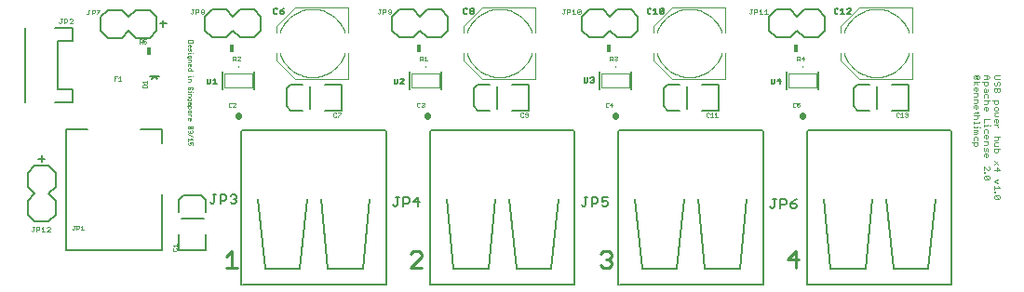
<source format=gto>
G75*
G70*
%OFA0B0*%
%FSLAX24Y24*%
%IPPOS*%
%LPD*%
%AMOC8*
5,1,8,0,0,1.08239X$1,22.5*
%
%ADD10C,0.0110*%
%ADD11C,0.0040*%
%ADD12C,0.0020*%
%ADD13C,0.0060*%
%ADD14C,0.0050*%
%ADD15C,0.0080*%
%ADD16C,0.0010*%
%ADD17C,0.0004*%
%ADD18C,0.0030*%
%ADD19C,0.0220*%
%ADD20R,0.0160X0.0280*%
D10*
X008155Y001325D02*
X008549Y001325D01*
X008352Y001325D02*
X008352Y001916D01*
X008155Y001719D01*
X014755Y001817D02*
X014853Y001916D01*
X015050Y001916D01*
X015149Y001817D01*
X015149Y001719D01*
X014755Y001325D01*
X015149Y001325D01*
X021555Y001423D02*
X021653Y001325D01*
X021850Y001325D01*
X021949Y001423D01*
X021949Y001522D01*
X021850Y001620D01*
X021752Y001620D01*
X021850Y001620D02*
X021949Y001719D01*
X021949Y001817D01*
X021850Y001916D01*
X021653Y001916D01*
X021555Y001817D01*
X028255Y001620D02*
X028649Y001620D01*
X028550Y001916D02*
X028255Y001620D01*
X028550Y001325D02*
X028550Y001916D01*
D11*
X035650Y003827D02*
X035683Y003794D01*
X035817Y003794D01*
X035683Y003928D01*
X035650Y003894D01*
X035650Y003827D01*
X035683Y003928D02*
X035817Y003928D01*
X035850Y003894D01*
X035850Y003827D01*
X035817Y003794D01*
X035683Y004005D02*
X035650Y004005D01*
X035650Y004038D01*
X035683Y004038D01*
X035683Y004005D01*
X035650Y004126D02*
X035650Y004259D01*
X035650Y004192D02*
X035850Y004192D01*
X035783Y004259D01*
X035783Y004347D02*
X035650Y004413D01*
X035783Y004480D01*
X035490Y004527D02*
X035490Y004594D01*
X035457Y004627D01*
X035323Y004627D01*
X035457Y004494D01*
X035323Y004494D01*
X035290Y004527D01*
X035290Y004594D01*
X035323Y004627D01*
X035323Y004704D02*
X035290Y004704D01*
X035290Y004738D01*
X035323Y004738D01*
X035323Y004704D01*
X035290Y004825D02*
X035290Y004959D01*
X035423Y004825D01*
X035457Y004825D01*
X035490Y004859D01*
X035490Y004925D01*
X035457Y004959D01*
X035650Y005010D02*
X035783Y005143D01*
X035650Y005143D02*
X035783Y005010D01*
X035750Y004922D02*
X035750Y004789D01*
X035650Y004822D02*
X035850Y004822D01*
X035750Y004922D01*
X035490Y004527D02*
X035457Y004494D01*
X035390Y005267D02*
X035357Y005267D01*
X035357Y005401D01*
X035390Y005401D02*
X035423Y005367D01*
X035423Y005301D01*
X035390Y005267D01*
X035290Y005301D02*
X035290Y005367D01*
X035323Y005401D01*
X035390Y005401D01*
X035423Y005488D02*
X035423Y005588D01*
X035390Y005622D01*
X035357Y005588D01*
X035357Y005522D01*
X035323Y005488D01*
X035290Y005522D01*
X035290Y005622D01*
X035290Y005709D02*
X035390Y005709D01*
X035423Y005743D01*
X035423Y005843D01*
X035290Y005843D01*
X035357Y005930D02*
X035357Y006064D01*
X035390Y006064D02*
X035423Y006030D01*
X035423Y005964D01*
X035390Y005930D01*
X035357Y005930D01*
X035290Y005964D02*
X035290Y006030D01*
X035323Y006064D01*
X035390Y006064D01*
X035423Y006151D02*
X035423Y006251D01*
X035390Y006285D01*
X035323Y006285D01*
X035290Y006251D01*
X035290Y006151D01*
X035290Y006365D02*
X035290Y006432D01*
X035290Y006399D02*
X035423Y006399D01*
X035423Y006432D01*
X035490Y006399D02*
X035524Y006399D01*
X035650Y006432D02*
X035783Y006432D01*
X035717Y006432D02*
X035783Y006365D01*
X035783Y006332D01*
X035750Y006520D02*
X035717Y006520D01*
X035717Y006653D01*
X035750Y006653D02*
X035683Y006653D01*
X035650Y006620D01*
X035650Y006553D01*
X035750Y006520D02*
X035783Y006553D01*
X035783Y006620D01*
X035750Y006653D01*
X035783Y006741D02*
X035683Y006741D01*
X035650Y006774D01*
X035683Y006807D01*
X035650Y006841D01*
X035683Y006874D01*
X035783Y006874D01*
X035750Y006962D02*
X035683Y006962D01*
X035650Y006995D01*
X035650Y007062D01*
X035683Y007095D01*
X035750Y007095D01*
X035783Y007062D01*
X035783Y006995D01*
X035750Y006962D01*
X035750Y007183D02*
X035683Y007183D01*
X035650Y007216D01*
X035650Y007316D01*
X035583Y007316D02*
X035783Y007316D01*
X035783Y007216D01*
X035750Y007183D01*
X035490Y007316D02*
X035290Y007316D01*
X035290Y007404D02*
X035290Y007504D01*
X035323Y007537D01*
X035390Y007537D01*
X035423Y007504D01*
X035423Y007404D01*
X035390Y007316D02*
X035423Y007283D01*
X035423Y007216D01*
X035390Y007183D01*
X035290Y007183D01*
X035323Y007095D02*
X035390Y007095D01*
X035423Y007062D01*
X035423Y006995D01*
X035390Y006962D01*
X035357Y006962D01*
X035357Y007095D01*
X035323Y007095D02*
X035290Y007062D01*
X035290Y006995D01*
X035097Y006878D02*
X034963Y006878D01*
X034930Y006844D01*
X034930Y006764D02*
X035130Y006764D01*
X035063Y006730D02*
X035063Y006663D01*
X035030Y006630D01*
X034930Y006630D01*
X034930Y006543D02*
X034930Y006476D01*
X034930Y006509D02*
X035130Y006509D01*
X035130Y006543D01*
X035290Y006520D02*
X035290Y006653D01*
X035490Y006653D01*
X035063Y006730D02*
X035030Y006764D01*
X035063Y006844D02*
X035063Y006911D01*
X035030Y006998D02*
X034997Y006998D01*
X034997Y007132D01*
X035030Y007132D02*
X035063Y007099D01*
X035063Y007032D01*
X035030Y006998D01*
X034930Y007032D02*
X034930Y007099D01*
X034963Y007132D01*
X035030Y007132D01*
X035030Y007219D02*
X034930Y007219D01*
X035030Y007219D02*
X035063Y007253D01*
X035063Y007353D01*
X034930Y007353D01*
X034930Y007440D02*
X035030Y007440D01*
X035063Y007474D01*
X035063Y007574D01*
X034930Y007574D01*
X034997Y007661D02*
X034997Y007795D01*
X035030Y007795D02*
X035063Y007761D01*
X035063Y007695D01*
X035030Y007661D01*
X034997Y007661D01*
X034930Y007695D02*
X034930Y007761D01*
X034963Y007795D01*
X035030Y007795D01*
X035063Y007879D02*
X034997Y007979D01*
X034930Y007879D01*
X034930Y007979D02*
X035130Y007979D01*
X035223Y007979D02*
X035423Y007979D01*
X035423Y007879D01*
X035390Y007846D01*
X035323Y007846D01*
X035290Y007879D01*
X035290Y007979D01*
X035290Y008067D02*
X035423Y008067D01*
X035490Y008133D01*
X035423Y008200D01*
X035290Y008200D01*
X035390Y008200D02*
X035390Y008067D01*
X035130Y008100D02*
X035097Y008067D01*
X035030Y008067D01*
X034997Y008100D01*
X035063Y008100D01*
X035063Y008167D01*
X034997Y008167D01*
X034997Y008100D01*
X034963Y008067D02*
X034930Y008100D01*
X034930Y008167D01*
X034963Y008200D01*
X035097Y008200D01*
X035130Y008167D01*
X035130Y008100D01*
X035650Y008100D02*
X035683Y008067D01*
X035850Y008067D01*
X035817Y007979D02*
X035783Y007979D01*
X035750Y007946D01*
X035750Y007879D01*
X035717Y007846D01*
X035683Y007846D01*
X035650Y007879D01*
X035650Y007946D01*
X035683Y007979D01*
X035650Y008100D02*
X035650Y008167D01*
X035683Y008200D01*
X035850Y008200D01*
X035817Y007979D02*
X035850Y007946D01*
X035850Y007879D01*
X035817Y007846D01*
X035850Y007758D02*
X035650Y007758D01*
X035650Y007658D01*
X035683Y007625D01*
X035717Y007625D01*
X035750Y007658D01*
X035750Y007758D01*
X035750Y007658D02*
X035783Y007625D01*
X035817Y007625D01*
X035850Y007658D01*
X035850Y007758D01*
X035423Y007725D02*
X035423Y007658D01*
X035390Y007625D01*
X035290Y007625D01*
X035290Y007725D01*
X035323Y007758D01*
X035357Y007725D01*
X035357Y007625D01*
X032730Y008090D02*
X030840Y008090D01*
X030170Y008760D01*
X030170Y008996D01*
X030289Y009744D02*
X030311Y009808D01*
X030338Y009871D01*
X030368Y009933D01*
X030401Y009992D01*
X030437Y010050D01*
X030477Y010106D01*
X030520Y010159D01*
X030565Y010210D01*
X030613Y010258D01*
X030664Y010303D01*
X030718Y010346D01*
X030774Y010385D01*
X030831Y010422D01*
X030891Y010455D01*
X030953Y010484D01*
X031016Y010510D01*
X031080Y010533D01*
X031146Y010552D01*
X031213Y010567D01*
X031280Y010578D01*
X031348Y010586D01*
X031416Y010590D01*
X031484Y010590D01*
X031552Y010586D01*
X031620Y010578D01*
X031687Y010567D01*
X031754Y010552D01*
X031820Y010533D01*
X031884Y010510D01*
X031947Y010484D01*
X032009Y010455D01*
X032069Y010422D01*
X032126Y010385D01*
X032182Y010346D01*
X032236Y010303D01*
X032287Y010258D01*
X032335Y010210D01*
X032380Y010159D01*
X032423Y010106D01*
X032463Y010050D01*
X032499Y009992D01*
X032532Y009933D01*
X032562Y009871D01*
X032589Y009808D01*
X032611Y009744D01*
X032730Y009744D02*
X032730Y010650D01*
X030840Y010650D01*
X030170Y009980D01*
X030170Y009744D01*
X030289Y008996D02*
X030311Y008932D01*
X030338Y008869D01*
X030368Y008807D01*
X030401Y008748D01*
X030437Y008690D01*
X030477Y008634D01*
X030520Y008581D01*
X030565Y008530D01*
X030613Y008482D01*
X030664Y008437D01*
X030718Y008394D01*
X030774Y008355D01*
X030831Y008318D01*
X030891Y008285D01*
X030953Y008256D01*
X031016Y008230D01*
X031080Y008207D01*
X031146Y008188D01*
X031213Y008173D01*
X031280Y008162D01*
X031348Y008154D01*
X031416Y008150D01*
X031484Y008150D01*
X031552Y008154D01*
X031620Y008162D01*
X031687Y008173D01*
X031754Y008188D01*
X031820Y008207D01*
X031884Y008230D01*
X031947Y008256D01*
X032009Y008285D01*
X032069Y008318D01*
X032126Y008355D01*
X032182Y008394D01*
X032236Y008437D01*
X032287Y008482D01*
X032335Y008530D01*
X032380Y008581D01*
X032423Y008634D01*
X032463Y008690D01*
X032499Y008748D01*
X032532Y008807D01*
X032562Y008869D01*
X032589Y008932D01*
X032611Y008996D01*
X032730Y008996D02*
X032730Y008090D01*
X034930Y006395D02*
X034930Y006329D01*
X034930Y006362D02*
X035063Y006362D01*
X035063Y006395D01*
X035130Y006362D02*
X035164Y006362D01*
X035063Y006248D02*
X035063Y006215D01*
X035030Y006181D01*
X035063Y006148D01*
X035030Y006114D01*
X034930Y006114D01*
X034930Y006181D02*
X035030Y006181D01*
X035063Y006248D02*
X034930Y006248D01*
X034963Y006027D02*
X034930Y005994D01*
X034930Y005894D01*
X034930Y005806D02*
X034930Y005706D01*
X034963Y005673D01*
X035030Y005673D01*
X035063Y005706D01*
X035063Y005806D01*
X034863Y005806D01*
X035063Y005894D02*
X035063Y005994D01*
X035030Y006027D01*
X034963Y006027D01*
X035650Y006027D02*
X035850Y006027D01*
X035783Y005994D02*
X035783Y005927D01*
X035750Y005894D01*
X035650Y005894D01*
X035683Y005806D02*
X035650Y005773D01*
X035650Y005673D01*
X035783Y005673D01*
X035783Y005585D02*
X035783Y005485D01*
X035750Y005452D01*
X035683Y005452D01*
X035650Y005485D01*
X035650Y005585D01*
X035850Y005585D01*
X035783Y005806D02*
X035683Y005806D01*
X035783Y005994D02*
X035750Y006027D01*
X026030Y008090D02*
X024140Y008090D01*
X023470Y008760D01*
X023470Y008996D01*
X023589Y009744D02*
X023611Y009808D01*
X023638Y009871D01*
X023668Y009933D01*
X023701Y009992D01*
X023737Y010050D01*
X023777Y010106D01*
X023820Y010159D01*
X023865Y010210D01*
X023913Y010258D01*
X023964Y010303D01*
X024018Y010346D01*
X024074Y010385D01*
X024131Y010422D01*
X024191Y010455D01*
X024253Y010484D01*
X024316Y010510D01*
X024380Y010533D01*
X024446Y010552D01*
X024513Y010567D01*
X024580Y010578D01*
X024648Y010586D01*
X024716Y010590D01*
X024784Y010590D01*
X024852Y010586D01*
X024920Y010578D01*
X024987Y010567D01*
X025054Y010552D01*
X025120Y010533D01*
X025184Y010510D01*
X025247Y010484D01*
X025309Y010455D01*
X025369Y010422D01*
X025426Y010385D01*
X025482Y010346D01*
X025536Y010303D01*
X025587Y010258D01*
X025635Y010210D01*
X025680Y010159D01*
X025723Y010106D01*
X025763Y010050D01*
X025799Y009992D01*
X025832Y009933D01*
X025862Y009871D01*
X025889Y009808D01*
X025911Y009744D01*
X026030Y009744D02*
X026030Y010650D01*
X024140Y010650D01*
X023470Y009980D01*
X023470Y009744D01*
X023589Y008996D02*
X023611Y008932D01*
X023638Y008869D01*
X023668Y008807D01*
X023701Y008748D01*
X023737Y008690D01*
X023777Y008634D01*
X023820Y008581D01*
X023865Y008530D01*
X023913Y008482D01*
X023964Y008437D01*
X024018Y008394D01*
X024074Y008355D01*
X024131Y008318D01*
X024191Y008285D01*
X024253Y008256D01*
X024316Y008230D01*
X024380Y008207D01*
X024446Y008188D01*
X024513Y008173D01*
X024580Y008162D01*
X024648Y008154D01*
X024716Y008150D01*
X024784Y008150D01*
X024852Y008154D01*
X024920Y008162D01*
X024987Y008173D01*
X025054Y008188D01*
X025120Y008207D01*
X025184Y008230D01*
X025247Y008256D01*
X025309Y008285D01*
X025369Y008318D01*
X025426Y008355D01*
X025482Y008394D01*
X025536Y008437D01*
X025587Y008482D01*
X025635Y008530D01*
X025680Y008581D01*
X025723Y008634D01*
X025763Y008690D01*
X025799Y008748D01*
X025832Y008807D01*
X025862Y008869D01*
X025889Y008932D01*
X025911Y008996D01*
X026030Y008996D02*
X026030Y008090D01*
X026917Y010410D02*
X026943Y010410D01*
X026970Y010437D01*
X026970Y010570D01*
X026943Y010570D02*
X026997Y010570D01*
X027074Y010570D02*
X027154Y010570D01*
X027181Y010543D01*
X027181Y010490D01*
X027154Y010463D01*
X027074Y010463D01*
X027074Y010410D02*
X027074Y010570D01*
X027258Y010517D02*
X027312Y010570D01*
X027312Y010410D01*
X027365Y010410D02*
X027258Y010410D01*
X027442Y010410D02*
X027549Y010410D01*
X027496Y010410D02*
X027496Y010570D01*
X027442Y010517D01*
X026917Y010410D02*
X026890Y010437D01*
X020849Y010437D02*
X020823Y010410D01*
X020769Y010410D01*
X020742Y010437D01*
X020849Y010543D01*
X020849Y010437D01*
X020849Y010543D02*
X020823Y010570D01*
X020769Y010570D01*
X020742Y010543D01*
X020742Y010437D01*
X020665Y010410D02*
X020558Y010410D01*
X020612Y010410D02*
X020612Y010570D01*
X020558Y010517D01*
X020481Y010543D02*
X020481Y010490D01*
X020454Y010463D01*
X020374Y010463D01*
X020374Y010410D02*
X020374Y010570D01*
X020454Y010570D01*
X020481Y010543D01*
X020297Y010570D02*
X020243Y010570D01*
X020270Y010570D02*
X020270Y010437D01*
X020243Y010410D01*
X020217Y010410D01*
X020190Y010437D01*
X019230Y010650D02*
X019230Y009744D01*
X019111Y009744D02*
X019089Y009808D01*
X019062Y009871D01*
X019032Y009933D01*
X018999Y009992D01*
X018963Y010050D01*
X018923Y010106D01*
X018880Y010159D01*
X018835Y010210D01*
X018787Y010258D01*
X018736Y010303D01*
X018682Y010346D01*
X018626Y010385D01*
X018569Y010422D01*
X018509Y010455D01*
X018447Y010484D01*
X018384Y010510D01*
X018320Y010533D01*
X018254Y010552D01*
X018187Y010567D01*
X018120Y010578D01*
X018052Y010586D01*
X017984Y010590D01*
X017916Y010590D01*
X017848Y010586D01*
X017780Y010578D01*
X017713Y010567D01*
X017646Y010552D01*
X017580Y010533D01*
X017516Y010510D01*
X017453Y010484D01*
X017391Y010455D01*
X017331Y010422D01*
X017274Y010385D01*
X017218Y010346D01*
X017164Y010303D01*
X017113Y010258D01*
X017065Y010210D01*
X017020Y010159D01*
X016977Y010106D01*
X016937Y010050D01*
X016901Y009992D01*
X016868Y009933D01*
X016838Y009871D01*
X016811Y009808D01*
X016789Y009744D01*
X016670Y009744D02*
X016670Y009980D01*
X017340Y010650D01*
X019230Y010650D01*
X019111Y008996D02*
X019089Y008932D01*
X019062Y008869D01*
X019032Y008807D01*
X018999Y008748D01*
X018963Y008690D01*
X018923Y008634D01*
X018880Y008581D01*
X018835Y008530D01*
X018787Y008482D01*
X018736Y008437D01*
X018682Y008394D01*
X018626Y008355D01*
X018569Y008318D01*
X018509Y008285D01*
X018447Y008256D01*
X018384Y008230D01*
X018320Y008207D01*
X018254Y008188D01*
X018187Y008173D01*
X018120Y008162D01*
X018052Y008154D01*
X017984Y008150D01*
X017916Y008150D01*
X017848Y008154D01*
X017780Y008162D01*
X017713Y008173D01*
X017646Y008188D01*
X017580Y008207D01*
X017516Y008230D01*
X017453Y008256D01*
X017391Y008285D01*
X017331Y008318D01*
X017274Y008355D01*
X017218Y008394D01*
X017164Y008437D01*
X017113Y008482D01*
X017065Y008530D01*
X017020Y008581D01*
X016977Y008634D01*
X016937Y008690D01*
X016901Y008748D01*
X016868Y008807D01*
X016838Y008869D01*
X016811Y008932D01*
X016789Y008996D01*
X016670Y008996D02*
X016670Y008760D01*
X017340Y008090D01*
X019230Y008090D01*
X019230Y008996D01*
X014065Y010437D02*
X014065Y010543D01*
X014038Y010570D01*
X013985Y010570D01*
X013958Y010543D01*
X013958Y010517D01*
X013985Y010490D01*
X014065Y010490D01*
X014065Y010437D02*
X014038Y010410D01*
X013985Y010410D01*
X013958Y010437D01*
X013881Y010490D02*
X013854Y010463D01*
X013774Y010463D01*
X013774Y010410D02*
X013774Y010570D01*
X013854Y010570D01*
X013881Y010543D01*
X013881Y010490D01*
X013697Y010570D02*
X013643Y010570D01*
X013670Y010570D02*
X013670Y010437D01*
X013643Y010410D01*
X013617Y010410D01*
X013590Y010437D01*
X012530Y010650D02*
X012530Y009744D01*
X012411Y009744D02*
X012389Y009808D01*
X012362Y009871D01*
X012332Y009933D01*
X012299Y009992D01*
X012263Y010050D01*
X012223Y010106D01*
X012180Y010159D01*
X012135Y010210D01*
X012087Y010258D01*
X012036Y010303D01*
X011982Y010346D01*
X011926Y010385D01*
X011869Y010422D01*
X011809Y010455D01*
X011747Y010484D01*
X011684Y010510D01*
X011620Y010533D01*
X011554Y010552D01*
X011487Y010567D01*
X011420Y010578D01*
X011352Y010586D01*
X011284Y010590D01*
X011216Y010590D01*
X011148Y010586D01*
X011080Y010578D01*
X011013Y010567D01*
X010946Y010552D01*
X010880Y010533D01*
X010816Y010510D01*
X010753Y010484D01*
X010691Y010455D01*
X010631Y010422D01*
X010574Y010385D01*
X010518Y010346D01*
X010464Y010303D01*
X010413Y010258D01*
X010365Y010210D01*
X010320Y010159D01*
X010277Y010106D01*
X010237Y010050D01*
X010201Y009992D01*
X010168Y009933D01*
X010138Y009871D01*
X010111Y009808D01*
X010089Y009744D01*
X009970Y009744D02*
X009970Y009980D01*
X010640Y010650D01*
X012530Y010650D01*
X012411Y008996D02*
X012389Y008932D01*
X012362Y008869D01*
X012332Y008807D01*
X012299Y008748D01*
X012263Y008690D01*
X012223Y008634D01*
X012180Y008581D01*
X012135Y008530D01*
X012087Y008482D01*
X012036Y008437D01*
X011982Y008394D01*
X011926Y008355D01*
X011869Y008318D01*
X011809Y008285D01*
X011747Y008256D01*
X011684Y008230D01*
X011620Y008207D01*
X011554Y008188D01*
X011487Y008173D01*
X011420Y008162D01*
X011352Y008154D01*
X011284Y008150D01*
X011216Y008150D01*
X011148Y008154D01*
X011080Y008162D01*
X011013Y008173D01*
X010946Y008188D01*
X010880Y008207D01*
X010816Y008230D01*
X010753Y008256D01*
X010691Y008285D01*
X010631Y008318D01*
X010574Y008355D01*
X010518Y008394D01*
X010464Y008437D01*
X010413Y008482D01*
X010365Y008530D01*
X010320Y008581D01*
X010277Y008634D01*
X010237Y008690D01*
X010201Y008748D01*
X010168Y008807D01*
X010138Y008869D01*
X010111Y008932D01*
X010089Y008996D01*
X009970Y008996D02*
X009970Y008760D01*
X010640Y008090D01*
X012530Y008090D01*
X012530Y008996D01*
X007365Y010437D02*
X007338Y010410D01*
X007285Y010410D01*
X007258Y010437D01*
X007258Y010463D01*
X007285Y010490D01*
X007338Y010490D01*
X007365Y010463D01*
X007365Y010437D01*
X007338Y010490D02*
X007365Y010517D01*
X007365Y010543D01*
X007338Y010570D01*
X007285Y010570D01*
X007258Y010543D01*
X007258Y010517D01*
X007285Y010490D01*
X007181Y010490D02*
X007154Y010463D01*
X007074Y010463D01*
X007074Y010410D02*
X007074Y010570D01*
X007154Y010570D01*
X007181Y010543D01*
X007181Y010490D01*
X006997Y010570D02*
X006943Y010570D01*
X006970Y010570D02*
X006970Y010437D01*
X006943Y010410D01*
X006917Y010410D01*
X006890Y010437D01*
X003643Y010533D02*
X003536Y010427D01*
X003536Y010400D01*
X003458Y010480D02*
X003432Y010453D01*
X003352Y010453D01*
X003352Y010400D02*
X003352Y010560D01*
X003432Y010560D01*
X003458Y010533D01*
X003458Y010480D01*
X003536Y010560D02*
X003643Y010560D01*
X003643Y010533D01*
X003274Y010560D02*
X003221Y010560D01*
X003248Y010560D02*
X003248Y010427D01*
X003221Y010400D01*
X003194Y010400D01*
X003168Y010427D01*
X002657Y010203D02*
X002631Y010230D01*
X002577Y010230D01*
X002551Y010203D01*
X002473Y010203D02*
X002473Y010150D01*
X002446Y010123D01*
X002366Y010123D01*
X002366Y010070D02*
X002366Y010230D01*
X002446Y010230D01*
X002473Y010203D01*
X002551Y010070D02*
X002657Y010177D01*
X002657Y010203D01*
X002657Y010070D02*
X002551Y010070D01*
X002262Y010097D02*
X002262Y010230D01*
X002236Y010230D02*
X002289Y010230D01*
X002262Y010097D02*
X002236Y010070D01*
X002209Y010070D01*
X002182Y010097D01*
X001823Y002780D02*
X001769Y002780D01*
X001742Y002753D01*
X001823Y002780D02*
X001849Y002753D01*
X001849Y002727D01*
X001742Y002620D01*
X001849Y002620D01*
X001665Y002620D02*
X001558Y002620D01*
X001612Y002620D02*
X001612Y002780D01*
X001558Y002727D01*
X001481Y002753D02*
X001481Y002700D01*
X001454Y002673D01*
X001374Y002673D01*
X001374Y002620D02*
X001374Y002780D01*
X001454Y002780D01*
X001481Y002753D01*
X001297Y002780D02*
X001243Y002780D01*
X001270Y002780D02*
X001270Y002647D01*
X001243Y002620D01*
X001217Y002620D01*
X001190Y002647D01*
D12*
X006810Y005734D02*
X006810Y005781D01*
X006833Y005804D01*
X006880Y005804D02*
X006903Y005758D01*
X006903Y005734D01*
X006880Y005711D01*
X006833Y005711D01*
X006810Y005734D01*
X006880Y005804D02*
X006950Y005804D01*
X006950Y005711D01*
X006950Y005905D02*
X006810Y005905D01*
X006810Y005952D02*
X006810Y005858D01*
X006903Y005952D02*
X006950Y005905D01*
X006950Y006006D02*
X006810Y006099D01*
X006833Y006153D02*
X006810Y006176D01*
X006810Y006223D01*
X006833Y006246D01*
X006833Y006300D02*
X006810Y006324D01*
X006810Y006370D01*
X006833Y006394D01*
X006927Y006300D01*
X006833Y006300D01*
X006833Y006394D02*
X006927Y006394D01*
X006950Y006370D01*
X006950Y006324D01*
X006927Y006300D01*
X006927Y006246D02*
X006950Y006223D01*
X006950Y006176D01*
X006927Y006153D01*
X006903Y006153D01*
X006880Y006176D01*
X006857Y006153D01*
X006833Y006153D01*
X006880Y006176D02*
X006880Y006200D01*
X006880Y006595D02*
X006857Y006595D01*
X006857Y006688D01*
X006880Y006688D02*
X006903Y006665D01*
X006903Y006618D01*
X006880Y006595D01*
X006810Y006618D02*
X006810Y006665D01*
X006833Y006688D01*
X006880Y006688D01*
X006903Y006741D02*
X006903Y006764D01*
X006857Y006811D01*
X006903Y006811D02*
X006810Y006811D01*
X006833Y006865D02*
X006880Y006865D01*
X006903Y006888D01*
X006903Y006935D01*
X006880Y006958D01*
X006833Y006958D01*
X006810Y006935D01*
X006810Y006888D01*
X006833Y006865D01*
X006833Y007012D02*
X006810Y007036D01*
X006810Y007106D01*
X006763Y007106D02*
X006903Y007106D01*
X006903Y007036D01*
X006880Y007012D01*
X006833Y007012D01*
X006810Y007160D02*
X006810Y007230D01*
X006833Y007253D01*
X006857Y007230D01*
X006857Y007160D01*
X006880Y007160D02*
X006810Y007160D01*
X006880Y007160D02*
X006903Y007183D01*
X006903Y007230D01*
X006903Y007307D02*
X006903Y007377D01*
X006880Y007400D01*
X006833Y007400D01*
X006810Y007377D01*
X006810Y007307D01*
X006787Y007307D02*
X006903Y007307D01*
X006787Y007307D02*
X006763Y007330D01*
X006763Y007354D01*
X006810Y007454D02*
X006880Y007454D01*
X006903Y007478D01*
X006903Y007548D01*
X006810Y007548D01*
X006810Y007599D02*
X006810Y007646D01*
X006810Y007623D02*
X006903Y007623D01*
X006903Y007646D01*
X006950Y007623D02*
X006973Y007623D01*
X006927Y007700D02*
X006950Y007723D01*
X006950Y007770D01*
X006927Y007793D01*
X006903Y007793D01*
X006880Y007770D01*
X006880Y007723D01*
X006857Y007700D01*
X006833Y007700D01*
X006810Y007723D01*
X006810Y007770D01*
X006833Y007793D01*
X006810Y007995D02*
X006880Y007995D01*
X006903Y008018D01*
X006903Y008088D01*
X006810Y008088D01*
X006810Y008139D02*
X006810Y008186D01*
X006810Y008163D02*
X006903Y008163D01*
X006903Y008186D01*
X006950Y008163D02*
X006973Y008163D01*
X006950Y008387D02*
X006810Y008387D01*
X006810Y008457D01*
X006833Y008481D01*
X006880Y008481D01*
X006903Y008457D01*
X006903Y008387D01*
X006880Y008535D02*
X006857Y008535D01*
X006857Y008628D01*
X006880Y008628D02*
X006903Y008605D01*
X006903Y008558D01*
X006880Y008535D01*
X006810Y008558D02*
X006810Y008605D01*
X006833Y008628D01*
X006880Y008628D01*
X006880Y008682D02*
X006810Y008682D01*
X006880Y008682D02*
X006903Y008705D01*
X006903Y008775D01*
X006810Y008775D01*
X006810Y008829D02*
X006810Y008899D01*
X006833Y008923D01*
X006880Y008923D01*
X006903Y008899D01*
X006903Y008829D01*
X006787Y008829D01*
X006763Y008853D01*
X006763Y008876D01*
X006810Y008974D02*
X006810Y009021D01*
X006810Y008998D02*
X006903Y008998D01*
X006903Y009021D01*
X006950Y008998D02*
X006973Y008998D01*
X006903Y009075D02*
X006903Y009145D01*
X006880Y009168D01*
X006857Y009145D01*
X006857Y009098D01*
X006833Y009075D01*
X006810Y009098D01*
X006810Y009168D01*
X006857Y009222D02*
X006857Y009316D01*
X006880Y009316D02*
X006903Y009292D01*
X006903Y009246D01*
X006880Y009222D01*
X006857Y009222D01*
X006810Y009246D02*
X006810Y009292D01*
X006833Y009316D01*
X006880Y009316D01*
X006833Y009370D02*
X006927Y009370D01*
X006950Y009393D01*
X006950Y009463D01*
X006810Y009463D01*
X006810Y009393D01*
X006833Y009370D01*
D13*
X005907Y009957D02*
X005907Y010184D01*
X006020Y010070D02*
X005793Y010070D01*
X001557Y005334D02*
X001557Y005107D01*
X001670Y005220D02*
X001443Y005220D01*
D14*
X006550Y003070D02*
X007350Y003070D01*
X009300Y003770D02*
X009550Y001270D01*
X010800Y001270D01*
X011050Y003770D01*
X011550Y003770D02*
X011800Y001270D01*
X013050Y001270D01*
X013300Y003770D01*
X016050Y003770D02*
X016300Y001270D01*
X017550Y001270D01*
X017800Y003770D01*
X018300Y003770D02*
X018550Y001270D01*
X019800Y001270D01*
X020050Y003770D01*
X022800Y003770D02*
X023050Y001270D01*
X024300Y001270D01*
X024550Y003770D01*
X025050Y003770D02*
X025300Y001270D01*
X026550Y001270D01*
X026800Y003770D01*
X029550Y003770D02*
X029800Y001270D01*
X031050Y001270D01*
X031300Y003770D01*
X031800Y003770D02*
X032050Y001270D01*
X033300Y001270D01*
X033550Y003770D01*
X034135Y006225D02*
X034135Y000720D01*
X034100Y000720D02*
X029000Y000720D01*
X028965Y000720D02*
X028965Y006225D01*
X028990Y006230D02*
X034110Y006230D01*
X031450Y007020D02*
X031450Y007820D01*
X029359Y007705D02*
X029359Y008335D01*
X028241Y008335D02*
X028241Y007705D01*
X027999Y007905D02*
X027999Y008095D01*
X027904Y008000D01*
X028031Y008000D01*
X027810Y007937D02*
X027778Y007905D01*
X027715Y007905D01*
X027683Y007937D01*
X027683Y008095D01*
X027810Y008095D02*
X027810Y007937D01*
X024650Y007820D02*
X024650Y007020D01*
X022659Y007705D02*
X022659Y008335D01*
X021541Y008335D02*
X021541Y007705D01*
X021299Y007955D02*
X021236Y007955D01*
X021204Y007987D01*
X021267Y008050D02*
X021299Y008050D01*
X021331Y008018D01*
X021331Y007987D01*
X021299Y007955D01*
X021299Y008050D02*
X021331Y008082D01*
X021331Y008113D01*
X021299Y008145D01*
X021236Y008145D01*
X021204Y008113D01*
X021110Y008145D02*
X021110Y007987D01*
X021078Y007955D01*
X021015Y007955D01*
X020983Y007987D01*
X020983Y008145D01*
X017850Y007820D02*
X017850Y007020D01*
X015859Y007705D02*
X015859Y008335D01*
X014741Y008335D02*
X014741Y007705D01*
X014531Y007905D02*
X014404Y007905D01*
X014531Y008032D01*
X014531Y008063D01*
X014499Y008095D01*
X014436Y008095D01*
X014404Y008063D01*
X014310Y008095D02*
X014310Y007937D01*
X014278Y007905D01*
X014215Y007905D01*
X014183Y007937D01*
X014183Y008095D01*
X011150Y007820D02*
X011150Y007020D01*
X009159Y007705D02*
X009159Y008335D01*
X008041Y008335D02*
X008041Y007705D01*
X007831Y007905D02*
X007704Y007905D01*
X007767Y007905D02*
X007767Y008095D01*
X007704Y008032D01*
X007610Y008095D02*
X007610Y007937D01*
X007578Y007905D01*
X007515Y007905D01*
X007483Y007937D01*
X007483Y008095D01*
X008740Y006230D02*
X013860Y006230D01*
X013885Y006225D02*
X013885Y000720D01*
X013850Y000720D02*
X008750Y000720D01*
X008715Y000720D02*
X008715Y006225D01*
X015465Y006225D02*
X015465Y000720D01*
X015500Y000720D02*
X020600Y000720D01*
X020635Y000720D02*
X020635Y006225D01*
X020610Y006230D02*
X015490Y006230D01*
X022215Y006225D02*
X022215Y000720D01*
X022250Y000720D02*
X027350Y000720D01*
X027385Y000720D02*
X027385Y006225D01*
X027360Y006230D02*
X022240Y006230D01*
X023283Y010411D02*
X023346Y010411D01*
X023378Y010443D01*
X023472Y010411D02*
X023599Y010411D01*
X023535Y010411D02*
X023535Y010601D01*
X023472Y010538D01*
X023378Y010570D02*
X023346Y010601D01*
X023283Y010601D01*
X023251Y010570D01*
X023251Y010443D01*
X023283Y010411D01*
X023693Y010443D02*
X023820Y010570D01*
X023820Y010443D01*
X023788Y010411D01*
X023725Y010411D01*
X023693Y010443D01*
X023693Y010570D01*
X023725Y010601D01*
X023788Y010601D01*
X023820Y010570D01*
X029951Y010570D02*
X029951Y010443D01*
X029983Y010411D01*
X030046Y010411D01*
X030078Y010443D01*
X030172Y010411D02*
X030299Y010411D01*
X030235Y010411D02*
X030235Y010601D01*
X030172Y010538D01*
X030078Y010570D02*
X030046Y010601D01*
X029983Y010601D01*
X029951Y010570D01*
X030393Y010570D02*
X030425Y010601D01*
X030488Y010601D01*
X030520Y010570D01*
X030520Y010538D01*
X030393Y010411D01*
X030520Y010411D01*
X017020Y010443D02*
X016988Y010411D01*
X016925Y010411D01*
X016893Y010443D01*
X016893Y010475D01*
X016925Y010506D01*
X016988Y010506D01*
X017020Y010475D01*
X017020Y010443D01*
X016988Y010506D02*
X017020Y010538D01*
X017020Y010570D01*
X016988Y010601D01*
X016925Y010601D01*
X016893Y010570D01*
X016893Y010538D01*
X016925Y010506D01*
X016799Y010443D02*
X016767Y010411D01*
X016704Y010411D01*
X016672Y010443D01*
X016672Y010570D01*
X016704Y010601D01*
X016767Y010601D01*
X016799Y010570D01*
X010220Y010601D02*
X010156Y010570D01*
X010093Y010506D01*
X010188Y010506D01*
X010220Y010475D01*
X010220Y010443D01*
X010188Y010411D01*
X010125Y010411D01*
X010093Y010443D01*
X010093Y010506D01*
X009999Y010443D02*
X009967Y010411D01*
X009904Y010411D01*
X009872Y010443D01*
X009872Y010570D01*
X009904Y010601D01*
X009967Y010601D01*
X009999Y010570D01*
D15*
X005862Y001951D02*
X002438Y001951D01*
X002438Y006284D01*
X003205Y006284D01*
X005095Y006284D02*
X005862Y006284D01*
X005862Y005788D01*
X002050Y004720D02*
X001800Y004970D01*
X001300Y004970D01*
X001050Y004720D01*
X001050Y004220D01*
X001300Y003970D01*
X001050Y003720D01*
X001050Y003220D01*
X001300Y002970D01*
X001800Y002970D01*
X002050Y003220D01*
X002050Y003720D01*
X001800Y003970D01*
X002050Y004220D01*
X002050Y004720D01*
X005862Y003938D02*
X005862Y001951D01*
X006478Y001936D02*
X006478Y002526D01*
X007422Y002526D02*
X007422Y001936D01*
X006478Y001936D01*
X006478Y003314D02*
X006478Y003747D01*
X006635Y003904D01*
X007265Y003904D01*
X007422Y003747D01*
X007422Y003314D01*
X007638Y003610D02*
X007692Y003610D01*
X007745Y003663D01*
X007745Y003930D01*
X007692Y003930D02*
X007799Y003930D01*
X007953Y003930D02*
X008114Y003930D01*
X008167Y003877D01*
X008167Y003770D01*
X008114Y003717D01*
X007953Y003717D01*
X007953Y003610D02*
X007953Y003930D01*
X008322Y003877D02*
X008375Y003930D01*
X008482Y003930D01*
X008535Y003877D01*
X008535Y003824D01*
X008482Y003770D01*
X008535Y003717D01*
X008535Y003663D01*
X008482Y003610D01*
X008375Y003610D01*
X008322Y003663D01*
X008428Y003770D02*
X008482Y003770D01*
X007638Y003610D02*
X007585Y003663D01*
X014135Y003563D02*
X014188Y003510D01*
X014242Y003510D01*
X014295Y003563D01*
X014295Y003830D01*
X014242Y003830D02*
X014349Y003830D01*
X014503Y003830D02*
X014664Y003830D01*
X014717Y003777D01*
X014717Y003670D01*
X014664Y003617D01*
X014503Y003617D01*
X014503Y003510D02*
X014503Y003830D01*
X014872Y003670D02*
X015085Y003670D01*
X015032Y003510D02*
X015032Y003830D01*
X014872Y003670D01*
X020885Y003563D02*
X020938Y003510D01*
X020992Y003510D01*
X021045Y003563D01*
X021045Y003830D01*
X020992Y003830D02*
X021099Y003830D01*
X021253Y003830D02*
X021414Y003830D01*
X021467Y003777D01*
X021467Y003670D01*
X021414Y003617D01*
X021253Y003617D01*
X021253Y003510D02*
X021253Y003830D01*
X021622Y003830D02*
X021622Y003670D01*
X021728Y003724D01*
X021782Y003724D01*
X021835Y003670D01*
X021835Y003563D01*
X021782Y003510D01*
X021675Y003510D01*
X021622Y003563D01*
X021622Y003830D02*
X021835Y003830D01*
X027635Y003513D02*
X027688Y003460D01*
X027742Y003460D01*
X027795Y003513D01*
X027795Y003780D01*
X027742Y003780D02*
X027849Y003780D01*
X028003Y003780D02*
X028164Y003780D01*
X028217Y003727D01*
X028217Y003620D01*
X028164Y003567D01*
X028003Y003567D01*
X028003Y003460D02*
X028003Y003780D01*
X028372Y003620D02*
X028532Y003620D01*
X028585Y003567D01*
X028585Y003513D01*
X028532Y003460D01*
X028425Y003460D01*
X028372Y003513D01*
X028372Y003620D01*
X028478Y003727D01*
X028585Y003780D01*
X030773Y006948D02*
X031206Y006948D01*
X030773Y006948D02*
X030616Y007105D01*
X030616Y007735D01*
X030773Y007892D01*
X031206Y007892D01*
X031994Y007892D02*
X032584Y007892D01*
X032584Y006948D01*
X031994Y006948D01*
X025784Y006948D02*
X025194Y006948D01*
X025784Y006948D02*
X025784Y007892D01*
X025194Y007892D01*
X024406Y007892D02*
X023973Y007892D01*
X023816Y007735D01*
X023816Y007105D01*
X023973Y006948D01*
X024406Y006948D01*
X018984Y006948D02*
X018394Y006948D01*
X018984Y006948D02*
X018984Y007892D01*
X018394Y007892D01*
X017606Y007892D02*
X017173Y007892D01*
X017016Y007735D01*
X017016Y007105D01*
X017173Y006948D01*
X017606Y006948D01*
X012284Y006948D02*
X011694Y006948D01*
X012284Y006948D02*
X012284Y007892D01*
X011694Y007892D01*
X010906Y007892D02*
X010473Y007892D01*
X010316Y007735D01*
X010316Y007105D01*
X010473Y006948D01*
X010906Y006948D01*
X005781Y008187D02*
X005600Y008187D01*
X005692Y008065D01*
X005600Y008187D02*
X005419Y008187D01*
X005514Y008065D02*
X005590Y008181D01*
X002672Y007704D02*
X002672Y007231D01*
X002042Y007231D01*
X002121Y007704D02*
X002672Y007704D01*
X002121Y007704D02*
X002121Y009436D01*
X002672Y009436D01*
X002672Y009909D01*
X002042Y009909D01*
X000979Y009909D02*
X000979Y007231D01*
X003670Y009800D02*
X003920Y009550D01*
X004420Y009550D01*
X004670Y009800D01*
X004920Y009550D01*
X005420Y009550D01*
X005670Y009800D01*
X005670Y010300D01*
X005420Y010550D01*
X004920Y010550D01*
X004670Y010300D01*
X004420Y010550D01*
X003920Y010550D01*
X003670Y010300D01*
X003670Y009800D01*
X007400Y009820D02*
X007650Y009570D01*
X008150Y009570D01*
X008400Y009820D01*
X008650Y009570D01*
X009150Y009570D01*
X009400Y009820D01*
X009400Y010320D01*
X009150Y010570D01*
X008650Y010570D01*
X008400Y010320D01*
X008150Y010570D01*
X007650Y010570D01*
X007400Y010320D01*
X007400Y009820D01*
X014100Y009820D02*
X014350Y009570D01*
X014850Y009570D01*
X015100Y009820D01*
X015350Y009570D01*
X015850Y009570D01*
X016100Y009820D01*
X016100Y010320D01*
X015850Y010570D01*
X015350Y010570D01*
X015100Y010320D01*
X014850Y010570D01*
X014350Y010570D01*
X014100Y010320D01*
X014100Y009820D01*
X020900Y009820D02*
X021150Y009570D01*
X021650Y009570D01*
X021900Y009820D01*
X022150Y009570D01*
X022650Y009570D01*
X022900Y009820D01*
X022900Y010320D01*
X022650Y010570D01*
X022150Y010570D01*
X021900Y010320D01*
X021650Y010570D01*
X021150Y010570D01*
X020900Y010320D01*
X020900Y009820D01*
X027600Y009820D02*
X027850Y009570D01*
X028350Y009570D01*
X028600Y009820D01*
X028850Y009570D01*
X029350Y009570D01*
X029600Y009820D01*
X029600Y010320D01*
X029350Y010570D01*
X028850Y010570D01*
X028600Y010320D01*
X028350Y010570D01*
X027850Y010570D01*
X027600Y010320D01*
X027600Y009820D01*
D16*
X028610Y008890D02*
X028685Y008890D01*
X028710Y008865D01*
X028710Y008815D01*
X028685Y008790D01*
X028610Y008790D01*
X028610Y008740D02*
X028610Y008890D01*
X028660Y008790D02*
X028710Y008740D01*
X028758Y008815D02*
X028858Y008815D01*
X028833Y008740D02*
X028833Y008890D01*
X028758Y008815D01*
X028702Y007225D02*
X028602Y007225D01*
X028602Y007150D01*
X028652Y007175D01*
X028677Y007175D01*
X028702Y007150D01*
X028702Y007100D01*
X028677Y007075D01*
X028627Y007075D01*
X028602Y007100D01*
X028555Y007100D02*
X028530Y007075D01*
X028480Y007075D01*
X028455Y007100D01*
X028455Y007200D01*
X028480Y007225D01*
X028530Y007225D01*
X028555Y007200D01*
X025758Y006721D02*
X025658Y006721D01*
X025610Y006721D02*
X025510Y006721D01*
X025560Y006721D02*
X025560Y006871D01*
X025510Y006821D01*
X025463Y006846D02*
X025438Y006871D01*
X025388Y006871D01*
X025363Y006846D01*
X025363Y006746D01*
X025388Y006721D01*
X025438Y006721D01*
X025463Y006746D01*
X025658Y006821D02*
X025708Y006871D01*
X025708Y006721D01*
X022002Y007150D02*
X021902Y007150D01*
X021977Y007225D01*
X021977Y007075D01*
X021855Y007100D02*
X021830Y007075D01*
X021780Y007075D01*
X021755Y007100D01*
X021755Y007200D01*
X021780Y007225D01*
X021830Y007225D01*
X021855Y007200D01*
X018958Y006846D02*
X018958Y006746D01*
X018933Y006721D01*
X018883Y006721D01*
X018858Y006746D01*
X018810Y006746D02*
X018785Y006721D01*
X018735Y006721D01*
X018710Y006746D01*
X018710Y006846D01*
X018735Y006871D01*
X018785Y006871D01*
X018810Y006846D01*
X018858Y006846D02*
X018858Y006821D01*
X018883Y006796D01*
X018958Y006796D01*
X018958Y006846D02*
X018933Y006871D01*
X018883Y006871D01*
X018858Y006846D01*
X015252Y007100D02*
X015227Y007075D01*
X015177Y007075D01*
X015152Y007100D01*
X015105Y007100D02*
X015080Y007075D01*
X015030Y007075D01*
X015005Y007100D01*
X015005Y007200D01*
X015030Y007225D01*
X015080Y007225D01*
X015105Y007200D01*
X015152Y007200D02*
X015177Y007225D01*
X015227Y007225D01*
X015252Y007200D01*
X015252Y007175D01*
X015227Y007150D01*
X015252Y007125D01*
X015252Y007100D01*
X015227Y007150D02*
X015202Y007150D01*
X012258Y006871D02*
X012258Y006846D01*
X012158Y006746D01*
X012158Y006721D01*
X012110Y006746D02*
X012085Y006721D01*
X012035Y006721D01*
X012010Y006746D01*
X012010Y006846D01*
X012035Y006871D01*
X012085Y006871D01*
X012110Y006846D01*
X012158Y006871D02*
X012258Y006871D01*
X008502Y007075D02*
X008402Y007075D01*
X008502Y007175D01*
X008502Y007200D01*
X008477Y007225D01*
X008427Y007225D01*
X008402Y007200D01*
X008355Y007200D02*
X008330Y007225D01*
X008280Y007225D01*
X008255Y007200D01*
X008255Y007100D01*
X008280Y007075D01*
X008330Y007075D01*
X008355Y007100D01*
X005320Y007775D02*
X005320Y007850D01*
X005295Y007875D01*
X005195Y007875D01*
X005170Y007850D01*
X005170Y007775D01*
X005320Y007775D01*
X005320Y007922D02*
X005320Y008022D01*
X005320Y007972D02*
X005170Y007972D01*
X005220Y007922D01*
X004402Y008025D02*
X004302Y008025D01*
X004352Y008025D02*
X004352Y008175D01*
X004302Y008125D01*
X004255Y008175D02*
X004155Y008175D01*
X004155Y008025D01*
X004155Y008100D02*
X004205Y008100D01*
X005055Y009350D02*
X005055Y009500D01*
X005130Y009500D01*
X005155Y009475D01*
X005155Y009425D01*
X005130Y009400D01*
X005055Y009400D01*
X005105Y009400D02*
X005155Y009350D01*
X005202Y009375D02*
X005227Y009350D01*
X005277Y009350D01*
X005302Y009375D01*
X005302Y009425D01*
X005277Y009450D01*
X005252Y009450D01*
X005202Y009425D01*
X005202Y009500D01*
X005302Y009500D01*
X008410Y008890D02*
X008410Y008740D01*
X008410Y008790D02*
X008485Y008790D01*
X008510Y008815D01*
X008510Y008865D01*
X008485Y008890D01*
X008410Y008890D01*
X008460Y008790D02*
X008510Y008740D01*
X008558Y008740D02*
X008658Y008840D01*
X008658Y008865D01*
X008633Y008890D01*
X008583Y008890D01*
X008558Y008865D01*
X008558Y008740D02*
X008658Y008740D01*
X015110Y008740D02*
X015110Y008890D01*
X015185Y008890D01*
X015210Y008865D01*
X015210Y008815D01*
X015185Y008790D01*
X015110Y008790D01*
X015160Y008790D02*
X015210Y008740D01*
X015258Y008740D02*
X015358Y008740D01*
X015308Y008740D02*
X015308Y008890D01*
X015258Y008840D01*
X021910Y008790D02*
X021985Y008790D01*
X022010Y008815D01*
X022010Y008865D01*
X021985Y008890D01*
X021910Y008890D01*
X021910Y008740D01*
X021960Y008790D02*
X022010Y008740D01*
X022058Y008765D02*
X022083Y008740D01*
X022133Y008740D01*
X022158Y008765D01*
X022158Y008790D01*
X022133Y008815D01*
X022108Y008815D01*
X022133Y008815D02*
X022158Y008840D01*
X022158Y008865D01*
X022133Y008890D01*
X022083Y008890D01*
X022058Y008865D01*
X032163Y006846D02*
X032163Y006746D01*
X032188Y006721D01*
X032238Y006721D01*
X032263Y006746D01*
X032310Y006721D02*
X032410Y006721D01*
X032360Y006721D02*
X032360Y006871D01*
X032310Y006821D01*
X032263Y006846D02*
X032238Y006871D01*
X032188Y006871D01*
X032163Y006846D01*
X032458Y006846D02*
X032483Y006871D01*
X032533Y006871D01*
X032558Y006846D01*
X032558Y006821D01*
X032533Y006796D01*
X032558Y006771D01*
X032558Y006746D01*
X032533Y006721D01*
X032483Y006721D01*
X032458Y006746D01*
X032508Y006796D02*
X032533Y006796D01*
X006401Y002172D02*
X006401Y002072D01*
X006401Y002122D02*
X006251Y002122D01*
X006301Y002072D01*
X006276Y002025D02*
X006251Y002000D01*
X006251Y001950D01*
X006276Y001925D01*
X006376Y001925D01*
X006401Y001950D01*
X006401Y002000D01*
X006376Y002025D01*
X003050Y002675D02*
X002950Y002675D01*
X003000Y002675D02*
X003000Y002825D01*
X002950Y002775D01*
X002902Y002750D02*
X002877Y002725D01*
X002802Y002725D01*
X002802Y002675D02*
X002802Y002825D01*
X002877Y002825D01*
X002902Y002800D01*
X002902Y002750D01*
X002755Y002825D02*
X002705Y002825D01*
X002730Y002825D02*
X002730Y002700D01*
X002705Y002675D01*
X002680Y002675D01*
X002655Y002700D01*
D17*
X008600Y008528D02*
X008600Y008532D01*
X015300Y008528D02*
X015300Y008532D01*
X022100Y008528D02*
X022100Y008532D01*
X028800Y008528D02*
X028800Y008532D01*
D18*
X029300Y008280D02*
X028296Y008280D01*
X028296Y007764D01*
X029300Y007764D01*
X029300Y008280D01*
X022600Y008280D02*
X022600Y007764D01*
X021596Y007764D01*
X021596Y008280D01*
X022600Y008280D01*
X015800Y008280D02*
X015800Y007764D01*
X014796Y007764D01*
X014796Y008280D01*
X015800Y008280D01*
X009100Y008280D02*
X009100Y007764D01*
X008096Y007764D01*
X008096Y008280D01*
X009100Y008280D01*
D19*
X008600Y006782D02*
X008600Y006758D01*
X015350Y006782D02*
X015350Y006758D01*
X022100Y006782D02*
X022100Y006758D01*
X028800Y006782D02*
X028800Y006758D01*
D20*
X028550Y009170D03*
X021850Y009170D03*
X015050Y009170D03*
X008350Y009170D03*
X005400Y009070D03*
M02*

</source>
